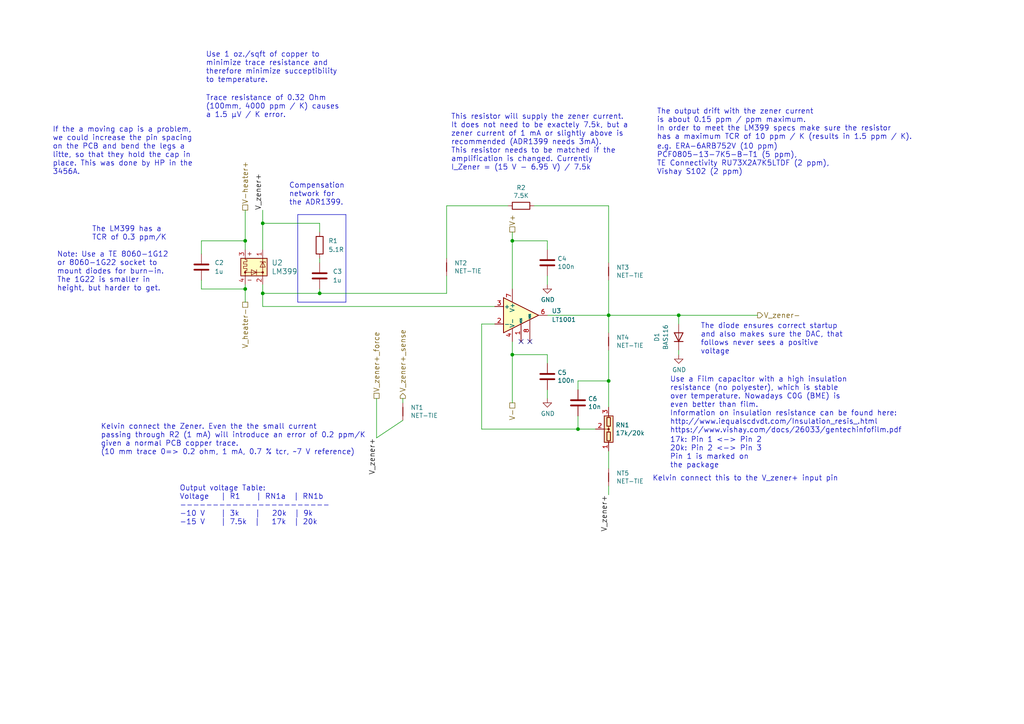
<source format=kicad_sch>
(kicad_sch (version 20230121) (generator eeschema)
  (paper "A4")
  (title_block (title "LM399 negative voltage reference") (date "2023-11-25") (rev "v3.4.1") (comment 1 "Copyright (©) 2022, Patrick Baus <patrick.baus@physik.tu-darmstadt.de>") (comment 2 "Licensed under CERN OHL v.1.2"))
  (lib_symbols
    (symbol "Amplifier_Operational:OP07" (pin_names (offset 0.127))
      (property "Reference" "U" (at 1.27 6.35 0))
      (property "Value" "OP07" (at 1.27 3.81 0))
      (symbol "OP07_0_1"
        (polyline (pts (xy -5.08 5.08) (xy 5.08 0) (xy -5.08 -5.08) (xy -5.08 5.08)) (stroke (width 0.254)) (fill (type background)))
      )
      (symbol "OP07_1_1"
        (pin input line (at 0 -7.62 90) (length 5.08) (name "VOS") (number "1"))
        (pin input line (at -7.62 -2.54 0) (length 2.54) (name "-") (number "2"))
        (pin input line (at -7.62 2.54 0) (length 2.54) (name "+") (number "3"))
        (pin power_in line (at -2.54 -7.62 90) (length 3.81) (name "V-") (number "4"))
        (pin no_connect line (at 0 2.54 270) (length 2.54) hide (name "NC") (number "5"))
        (pin output line (at 7.62 0 180) (length 2.54) (name "~") (number "6"))
        (pin power_in line (at -2.54 7.62 270) (length 3.81) (name "V+") (number "7"))
        (pin input line (at 2.54 -7.62 90) (length 6.35) (name "VOS") (number "8"))
      )
    )
    (symbol "Device:C" (pin_numbers hide) (pin_names (offset 0.254))
      (property "Reference" "C" (at 0.635 2.54 0))
      (property "Value" "C" (at 0.635 -2.54 0))
      (symbol "C_0_1"
        (polyline (pts (xy -2.032 -0.762) (xy 2.032 -0.762)) (stroke (width 0.508)))
        (polyline (pts (xy -2.032 0.762) (xy 2.032 0.762)) (stroke (width 0.508)))
      )
      (symbol "C_1_1"
        (pin passive line (at 0 3.81 270) (length 2.794) (name "~") (number "1"))
        (pin passive line (at 0 -3.81 90) (length 2.794) (name "~") (number "2"))
      )
    )
    (symbol "Device:D" (pin_numbers hide) (pin_names (offset 1.016) hide)
      (property "Reference" "D" (at 0 2.54 0))
      (property "Value" "D" (at 0 -2.54 0))
      (symbol "D_0_1"
        (polyline (pts (xy -1.27 1.27) (xy -1.27 -1.27)) (stroke (width 0.254)))
        (polyline (pts (xy 1.27 0) (xy -1.27 0)))
        (polyline (pts (xy 1.27 1.27) (xy 1.27 -1.27) (xy -1.27 0) (xy 1.27 1.27)) (stroke (width 0.254)))
      )
      (symbol "D_1_1"
        (pin passive line (at -3.81 0 0) (length 2.54) (name "K") (number "1"))
        (pin passive line (at 3.81 0 180) (length 2.54) (name "A") (number "2"))
      )
    )
    (symbol "Device:NetTie_2" (pin_numbers hide) (pin_names (offset 0) hide)
      (property "Reference" "NT" (at 0 1.27 0))
      (property "Value" "NetTie_2" (at 0 -1.27 0))
      (symbol "NetTie_2_0_1"
        (polyline (pts (xy -1.27 0) (xy 1.27 0)) (stroke (width 0.254)))
      )
      (symbol "NetTie_2_1_1"
        (pin passive line (at -2.54 0 0) (length 2.54) (name "1") (number "1"))
        (pin passive line (at 2.54 0 180) (length 2.54) (name "2") (number "2"))
      )
    )
    (symbol "Device:R" (pin_numbers hide) (pin_names (offset 0))
      (property "Reference" "R" (at 2.032 0 90))
      (property "Value" "R" (at 0 0 90))
      (symbol "R_0_1"
        (rectangle (start -1.016 -2.54) (end 1.016 2.54) (stroke (width 0.254)))
      )
      (symbol "R_1_1"
        (pin passive line (at 0 3.81 270) (length 1.27) (name "~") (number "1"))
        (pin passive line (at 0 -3.81 90) (length 1.27) (name "~") (number "2"))
      )
    )
    (symbol "Device:VoltageDivider" (pin_names (offset 0) hide)
      (property "Reference" "RN" (at -4.445 0 90))
      (property "Value" "VoltageDivider" (at -2.54 0 90))
      (symbol "VoltageDivider_0_1"
        (rectangle (start -1.27 -3.81) (end 1.27 3.81) (stroke (width 0.254)) (fill (type background)))
        (rectangle (start -0.508 -3.3782) (end 0.508 -0.8382) (stroke (width 0.254)))
        (rectangle (start -0.508 3.3782) (end 0.508 0.8382) (stroke (width 0.254)))
        (polyline (pts (xy 0 -5.08) (xy 0 -3.429)))
        (polyline (pts (xy 0 0.889) (xy 0 -0.889)))
        (polyline (pts (xy 0 5.08) (xy 0 3.3782)))
        (polyline (pts (xy 1.27 0) (xy 0 0)))
        (circle (center 0 0.0254) (radius 0.254) (fill (type outline)))
      )
      (symbol "VoltageDivider_1_1"
        (pin passive line (at 0 6.35 270) (length 2.54) (name "~") (number "1"))
        (pin passive line (at 3.81 0 180) (length 2.54) (name "~") (number "2"))
        (pin passive line (at 0 -6.35 90) (length 2.54) (name "~") (number "3"))
      )
    )
    (symbol "Reference_Voltage:LM399" (pin_names (offset 1.016) hide)
      (property "Reference" "U" (at 3.81 1.27 0))
      (property "Value" "LM399" (at 3.81 -1.27 0))
      (symbol "LM399_0_0"
        (text "+" (at -1.27 3.937 0) (effects (font (size 1.27 1.27))))
      )
      (symbol "LM399_0_1"
        (rectangle (start -3.81 2.54) (end 3.81 -2.54) (stroke (width 0.254)) (fill (type background)))
        (circle (center -2.54 -1.524) (radius 0.254) (fill (type outline)))
        (polyline (pts (xy -2.54 -2.54) (xy -2.54 -1.016) (xy -2.032 -1.016) (xy -2.032 -0.381) (xy -3.048 -0.381) (xy -3.048 0.254) (xy -2.032 0.254) (xy -2.032 0.889) (xy -3.048 0.889) (xy -3.048 1.524) (xy -2.032 1.524) (xy -2.032 2.159) (xy -2.54 2.159) (xy -2.54 2.54)))
        (circle (center 2.54 -1.524) (radius 0.254) (fill (type outline)))
      )
      (symbol "LM399_1_1"
        (polyline (pts (xy 2.54 -1.524) (xy -2.54 -1.524)))
        (polyline (pts (xy 2.54 2.54) (xy 2.54 -2.54)))
        (polyline (pts (xy 0.762 -0.762) (xy 0.762 -1.524) (xy 0.762 -2.286)))
        (polyline (pts (xy 1.778 1.524) (xy 3.302 1.524) (xy 3.302 1.27)))
        (polyline (pts (xy -0.762 -0.762) (xy -0.762 -2.286) (xy 0.762 -1.524) (xy -0.762 -0.762)))
        (polyline (pts (xy 1.778 0) (xy 3.302 0) (xy 2.54 1.524) (xy 1.778 0)))
        (text "-" (at -1.27 -3.683 0) (effects (font (size 1.27 1.27))))
        (pin passive line (at 2.54 5.08 270) (length 2.54) (name "~") (number "1"))
        (pin passive line (at 2.54 -5.08 90) (length 2.54) (name "~") (number "2"))
        (pin power_in line (at -2.54 5.08 270) (length 2.54) (name "~") (number "3"))
        (pin power_in line (at -2.54 -5.08 90) (length 2.54) (name "~") (number "4"))
      )
    )
    (symbol "power:GND" (power) (pin_names (offset 0))
      (property "Value" "GND" (at 0 -3.81 0))
      (symbol "GND_0_1"
        (polyline (pts (xy 0 0) (xy 0 -1.27) (xy 1.27 -1.27) (xy 0 -2.54) (xy -1.27 -1.27) (xy 0 -1.27)))
      )
      (symbol "GND_1_1"
        (pin power_in line (at 0 0 270) (length 0) hide (name "GND") (number "1"))
      )
    )
  )
  (junction (at 176.53 91.44))
  (junction (at 176.53 110.49))
  (junction (at 71.12 69.85))
  (junction (at 71.12 83.82))
  (junction (at 92.71 85.09))
  (junction (at 196.85 91.44))
  (junction (at 76.2 85.09))
  (junction (at 76.2 64.77))
  (junction (at 148.59 69.85))
  (junction (at 167.64 124.46))
  (junction (at 148.59 102.87))
  (no_connect (at 153.67 99.06))
  (no_connect (at 151.13 99.06))
  (wire (pts (xy 92.71 76.2) (xy 92.71 74.93)))
  (wire (pts (xy 158.75 80.01) (xy 158.75 82.55)))
  (wire (pts (xy 109.22 115.57) (xy 109.22 127)))
  (wire (pts (xy 176.53 91.44) (xy 176.53 96.52)))
  (wire (pts (xy 167.64 124.46) (xy 167.64 120.65)))
  (wire (pts (xy 158.75 91.44) (xy 176.53 91.44)))
  (wire (pts (xy 76.2 82.55) (xy 76.2 85.09)))
  (wire (pts (xy 76.2 85.09) (xy 76.2 88.9)))
  (wire (pts (xy 92.71 67.31) (xy 92.71 64.77)))
  (wire (pts (xy 139.7 93.98) (xy 143.51 93.98)))
  (wire (pts (xy 158.75 113.03) (xy 158.75 115.57)))
  (wire (pts (xy 176.53 81.28) (xy 176.53 91.44)))
  (wire (pts (xy 176.53 140.97) (xy 176.53 143.51)))
  (wire (pts (xy 116.84 116.84) (xy 116.84 115.57)))
  (wire (pts (xy 154.94 59.69) (xy 176.53 59.69)))
  (wire (pts (xy 92.71 85.09) (xy 76.2 85.09)))
  (wire (pts (xy 92.71 64.77) (xy 76.2 64.77)))
  (wire (pts (xy 148.59 69.85) (xy 158.75 69.85)))
  (wire (pts (xy 109.22 127) (xy 116.84 121.92)))
  (wire (pts (xy 129.54 85.09) (xy 92.71 85.09)))
  (wire (pts (xy 148.59 67.31) (xy 148.59 69.85)))
  (wire (pts (xy 58.42 69.85) (xy 71.12 69.85)))
  (wire (pts (xy 58.42 81.28) (xy 58.42 83.82)))
  (wire (pts (xy 148.59 102.87) (xy 148.59 116.84)))
  (wire (pts (xy 58.42 83.82) (xy 71.12 83.82)))
  (wire (pts (xy 167.64 124.46) (xy 172.72 124.46)))
  (wire (pts (xy 167.64 110.49) (xy 167.64 113.03)))
  (wire (pts (xy 129.54 59.69) (xy 129.54 74.93)))
  (wire (pts (xy 176.53 135.89) (xy 176.53 130.81)))
  (wire (pts (xy 76.2 88.9) (xy 143.51 88.9)))
  (wire (pts (xy 158.75 102.87) (xy 158.75 105.41)))
  (wire (pts (xy 76.2 64.77) (xy 76.2 72.39)))
  (wire (pts (xy 219.71 91.44) (xy 196.85 91.44)))
  (wire (pts (xy 129.54 80.01) (xy 129.54 85.09)))
  (wire (pts (xy 148.59 99.06) (xy 148.59 102.87)))
  (wire (pts (xy 196.85 102.87) (xy 196.85 101.6)))
  (wire (pts (xy 71.12 69.85) (xy 71.12 60.96)))
  (wire (pts (xy 176.53 110.49) (xy 176.53 118.11)))
  (wire (pts (xy 176.53 110.49) (xy 167.64 110.49)))
  (wire (pts (xy 148.59 69.85) (xy 148.59 83.82)))
  (wire (pts (xy 71.12 72.39) (xy 71.12 69.85)))
  (wire (pts (xy 176.53 101.6) (xy 176.53 110.49)))
  (polyline (pts (xy 86.36 62.23) (xy 100.33 62.23)))
  (wire (pts (xy 196.85 93.98) (xy 196.85 91.44)))
  (wire (pts (xy 58.42 73.66) (xy 58.42 69.85)))
  (polyline (pts (xy 86.36 87.63) (xy 86.36 62.23)))
  (wire (pts (xy 158.75 69.85) (xy 158.75 72.39)))
  (wire (pts (xy 158.75 102.87) (xy 148.59 102.87)))
  (wire (pts (xy 92.71 85.09) (xy 92.71 83.82)))
  (wire (pts (xy 129.54 59.69) (xy 147.32 59.69)))
  (wire (pts (xy 139.7 93.98) (xy 139.7 124.46)))
  (wire (pts (xy 196.85 91.44) (xy 176.53 91.44)))
  (wire (pts (xy 71.12 83.82) (xy 71.12 82.55)))
  (wire (pts (xy 139.7 124.46) (xy 167.64 124.46)))
  (polyline (pts (xy 100.33 62.23) (xy 100.33 87.63)))
  (wire (pts (xy 71.12 87.63) (xy 71.12 83.82)))
  (polyline (pts (xy 100.33 87.63) (xy 86.36 87.63)))
  (wire (pts (xy 76.2 60.96) (xy 76.2 64.77)))
  (wire (pts (xy 176.53 59.69) (xy 176.53 76.2)))
  (text "17k: Pin 1 <-> Pin 2\n20k: Pin 2 <-> Pin 3\nPin 1 is marked on\nthe package" (at 194.31 135.89 0) (effects (font (size 1.524 1.524)) (justify left bottom)))
  (text "e.g. ERA-6ARB752V (10 ppm)\nPCF0805-13-7K5-B-T1 (5 ppm),\nTE Connectivity RU73X2A7K5LTDF (2 ppm),\nVishay S102 (2 ppm)" (at 190.5 50.8 0) (effects (font (size 1.524 1.524)) (justify left bottom)))
  (text "Trace resistance of 0.32 Ohm\n(100mm, 4000 ppm / K) causes\na 1.5 µV / K error." (at 59.69 34.29 0) (effects (font (size 1.524 1.524)) (justify left bottom)))
  (text "Kelvin connect the Zener. Even the the small current\npassing through R2 (1 mA) will introduce an error of 0.2 ppm/K\ngiven a normal PCB copper trace.\n(10 mm trace 0=> 0.2 ohm, 1 mA, 0.7 % tcr, ~7 V reference)" (at 29.21 132.08 0) (effects (font (size 1.524 1.524)) (justify left bottom)))
  (text "Mount the LM399 a *little* off the board,\nto keep stress away.\nSource: http://www.eevblog.com/forum/\nmetrology/ultra-precision-reference-ltz1000/\nmsg404500/#msg404500" (at 300.99 57.15 0) (effects (font (size 1.524 1.524)) (justify left bottom)))
  (text "Kelvin connect this to the V_zener+ input pin" (at 189.23 139.7 0) (effects (font (size 1.524 1.524)) (justify left bottom)))
  (text "Note: Use a TE 8060-1G12\nor 8060-1G22 socket to\nmount diodes for burn-in.\nThe 1G22 is smaller in\nheight, but harder to get." (at 16.51 84.582 0) (effects (font (size 1.524 1.524)) (justify left bottom)))
  (text "This resistor will supply the zener current.\nIt does not need to be exactely 7.5k, but a\nzener current of 1 mA or slightly above is\nrecommended (ADR1399 needs 3mA).\nThis resistor needs to be matched if the\namplification is changed. Currently\nI_Zener = (15 V - 6.95 V) / 7.5k" (at 130.81 49.53 0) (effects (font (size 1.524 1.524)) (justify left bottom)))
  (text "The output drift with the zener current\nis about 0.15 ppm / ppm maximum.\nIn order to meet the LM399 specs make sure the resistor\nhas a maximum TCR of 10 ppm / K (results in 1.5 ppm / K)." (at 190.5 40.64 0) (effects (font (size 1.524 1.524)) (justify left bottom)))
  (text "Use 1 oz./sqft of copper to\nminimize trace resistance and\ntherefore minimize succeptibility\nto temperature." (at 59.69 24.13 0) (effects (font (size 1.524 1.524)) (justify left bottom)))
  (text "If the a moving cap is a problem,\nwe could increase the pin spacing\non the PCB and bend the legs a\nlitte, so that they hold the cap in\nplace. This was done by HP in the\n3456A." (at 15.24 50.8 0) (effects (font (size 1.524 1.524)) (justify left bottom)))
  (text "The LM399 has a\nTCR of 0.3 ppm/K" (at 26.67 69.85 0) (effects (font (size 1.524 1.524)) (justify left bottom)))
  (text "Compensation\nnetwork for\nthe ADR1399." (at 83.82 59.69 0) (effects (font (size 1.524 1.524)) (justify left bottom)))
  (text "Use a Film capacitor with a high insulation\nresistance (no polyester), which is stable\nover temperature. Nowadays C0G (BME) is\neven better than film.\nInformation on insulation resistance can be found here:\nhttp://www.iequalscdvdt.com/Insulation_resis_.html\nhttps://www.vishay.com/docs/26033/gentechinfofilm.pdf" (at 194.31 125.73 0) (effects (font (size 1.524 1.524)) (justify left bottom)))
  (text "The diode ensures correct startup\nand also makes sure the DAC, that\nfollows never sees a positive\nvoltage" (at 203.2 102.87 0) (effects (font (size 1.524 1.524)) (justify left bottom)))
  (text "Output voltage Table:\nVoltage   | R1    | RN1a  | RN1b\n-----------------------\n-10 V    | 3k    |   20k  | 9k\n-15 V    | 7.5k  |   17k  | 20k" (at 52.07 152.4 0) (effects (font (size 1.524 1.524)) (justify left bottom)))
  (label "V_zener+" (at 76.2 60.96 90) (effects (font (size 1.524 1.524))))
  (label "V_zener+" (at 109.22 127 270) (effects (font (size 1.524 1.524))))
  (label "V_zener+" (at 176.53 143.51 270) (effects (font (size 1.524 1.524))))
  (hierarchical_label "V_zener+_sense" (shape output) (at 116.84 115.57 90) (effects (font (size 1.524 1.524))))
  (hierarchical_label "V+" (shape passive) (at 148.59 67.31 90) (effects (font (size 1.524 1.524))))
  (hierarchical_label "V_zener+_force" (shape passive) (at 109.22 115.57 90) (effects (font (size 1.524 1.524))))
  (hierarchical_label "V_zener-" (shape output) (at 219.71 91.44 0) (effects (font (size 1.524 1.524))))
  (hierarchical_label "V_heater-" (shape passive) (at 71.12 87.63 270) (effects (font (size 1.524 1.524))))
  (hierarchical_label "V-heater+" (shape passive) (at 71.12 60.96 90) (effects (font (size 1.524 1.524))))
  (hierarchical_label "V-" (shape passive) (at 148.59 116.84 270) (effects (font (size 1.524 1.524))))
  (symbol (lib_id "Reference_Voltage:LM399") (at 73.66 77.47 0) (unit 1)
    (property "Reference" "U2" (at 78.74 76.2 0) (effects (font (size 1.524 1.524)) (justify left)))
    (property "Value" "LM399" (at 78.74 78.74 0) (effects (font (size 1.524 1.524)) (justify left)))
    (property "Footprint" "Package_TO_SOT_THT:Analog_TO-46-4_ThermalShield" (effects hide))
    (property "Datasheet" "https://www.analog.com/media/en/technical-documentation/data-sheets/199399fc.pdf" (effects hide))
    (property "MFN" "Analog Devices" (effects hide))
    (property "PN" "LM399AH#PBF" (effects hide))
    (property "Note" "Use a TE 8060-1G12 or TE 8060-G22 socket to mount diodes for burn-in" (effects hide))
    (property "Config" "-PCBA" (effects hide))
    (property "variant" "default" (effects hide))
    (property "Temperature" "Tstorage = -65 °C to 150 °C" (effects hide))
    (property "RoHS" "Yes" (effects hide))
  )
  (symbol (lib_id "Device:R") (at 151.13 59.69 270) (unit 1)
    (property "Reference" "R2" (at 151.13 54.4322 90))
    (property "Value" "7.5K" (at 151.13 56.7436 90))
    (property "Footprint" "Resistor_SMD:R_0805_2012Metric" (effects hide))
    (property "MFN" "Panasonic" (effects hide))
    (property "PN" "ERA-6ARB752V" (effects hide))
    (property "Alternative" "Welwyn PCF0805-13-7K5-B-T1" (effects hide))
    (property "RoHS" "By exemption" (effects hide))
    (property "Temperature" "Tstorage = -55 °C to 155 °C" (effects hide))
  )
  (symbol (lib_id "Device:C") (at 167.64 116.84 0) (unit 1)
    (property "Reference" "C6" (at 170.561 115.6716 0) (effects (justify left)))
    (property "Value" "10n" (at 170.561 117.983 0) (effects (justify left)))
    (property "Footprint" "Capacitor_SMD:C_0603_1608Metric" (effects hide))
    (property "MFN" "TDK" (effects hide))
    (property "PN" "CGA3E2C0G1H103J080AE" (effects hide))
    (property "RoHS" "Yes" (effects hide))
    (property "Temperature" "Tstorage = –55 °C to 125 °C" (effects hide))
  )
  (symbol (lib_id "Device:C") (at 158.75 76.2 0) (unit 1)
    (property "Reference" "C4" (at 161.671 75.0316 0) (effects (justify left)))
    (property "Value" "100n" (at 161.671 77.343 0) (effects (justify left)))
    (property "Footprint" "Capacitor_SMD:C_0603_1608Metric" (effects hide))
    (property "MFN" "Kemet" (effects hide))
    (property "PN" "C0603C104K5RACAUTO" (effects hide))
    (property "RoHS" "Yes" (effects hide))
    (property "Temperature" "Tstorage = –55 °C to 125 °C" (effects hide))
  )
  (symbol (lib_id "power:GND") (at 158.75 82.55 0) (unit 1)
    (property "Reference" "#PWR04" (effects hide))
    (property "Value" "GND" (at 158.877 86.9442 0))
  )
  (symbol (lib_id "power:GND") (at 158.75 115.57 0) (unit 1)
    (property "Reference" "#PWR05" (effects hide))
    (property "Value" "GND" (at 158.877 119.9642 0))
  )
  (symbol (lib_id "Device:C") (at 158.75 109.22 0) (unit 1)
    (property "Reference" "C5" (at 161.671 108.0516 0) (effects (justify left)))
    (property "Value" "100n" (at 161.671 110.363 0) (effects (justify left)))
    (property "Footprint" "Capacitor_SMD:C_0603_1608Metric" (effects hide))
    (property "MFN" "Kemet" (effects hide))
    (property "PN" "C0603C104K5RACAUTO" (effects hide))
    (property "RoHS" "Yes" (effects hide))
    (property "Temperature" "Tstorage = –55 °C to 125 °C" (effects hide))
  )
  (symbol (lib_id "Device:NetTie_2") (at 116.84 119.38 270) (unit 1) (in_bom no)
    (property "Reference" "NT1" (at 119.0752 118.2116 90) (effects (justify left)))
    (property "Value" "NET-TIE" (at 119.0752 120.523 90) (effects (justify left)))
    (property "Footprint" "Custom_footprints:NET-TIE-0.15mm" (effects hide))
  )
  (symbol (lib_id "Device:NetTie_2") (at 176.53 138.43 270) (unit 1) (in_bom no)
    (property "Reference" "NT5" (at 178.7652 137.2616 90) (effects (justify left)))
    (property "Value" "NET-TIE" (at 178.7652 139.573 90) (effects (justify left)))
    (property "Footprint" "Custom_footprints:NET-TIE-0.25mm" (effects hide))
  )
  (symbol (lib_id "Device:NetTie_2") (at 129.54 77.47 270) (unit 1) (in_bom no)
    (property "Reference" "NT2" (at 131.7752 76.3016 90) (effects (justify left)))
    (property "Value" "NET-TIE" (at 131.7752 78.613 90) (effects (justify left)))
    (property "Footprint" "Custom_footprints:NET-TIE-0.25mm" (effects hide))
  )
  (symbol (lib_id "Device:VoltageDivider") (at 176.53 124.46 180) (unit 1)
    (property "Reference" "RN1" (at 178.5366 123.2916 0) (effects (justify right)))
    (property "Value" "17k/20k" (at 178.5366 125.603 0) (effects (justify right)))
    (property "Footprint" "Custom_footprints:Vishay_300144" (effects hide))
    (property "MFN" "Vishay" (effects hide))
    (property "PN" "Y1691V0689BB9L" (effects hide))
    (property "Note" "Vishay 300144Z, 0.1% abs. tol. 0.1% ratio tol." (effects hide))
    (property "Config" "-PCBA" (effects hide))
    (property "variant" "default" (effects hide))
    (property "RoHS" "Yes" (effects hide))
    (property "Temperature" "Tstorage = -55 °C to 125 °C" (effects hide))
  )
  (symbol (lib_id "Amplifier_Operational:OP07") (at 151.13 91.44 0) (unit 1)
    (property "Reference" "U3" (at 160.02 90.17 0) (effects (justify left)))
    (property "Value" "LT1001" (at 160.02 92.71 0) (effects (justify left)))
    (property "Footprint" "Package_SO:SOIC-8_3.9x4.9mm_P1.27mm" (effects hide))
    (property "Datasheet" "https://www.analog.com/media/en/technical-documentation/data-sheets/OP07.pdf" (effects hide))
    (property "MFN" "Analog Devices" (effects hide))
    (property "PN" "LT1001CS8#TRPBF" (effects hide))
    (property "Alternative" "TI OPA277U" (effects hide))
    (property "RoHS" "Yes" (effects hide))
    (property "Temperature" "Tstorage = -65 °C to 150 °C" (effects hide))
  )
  (symbol (lib_id "Device:NetTie_2") (at 176.53 78.74 270) (unit 1) (in_bom no)
    (property "Reference" "NT3" (at 178.7652 77.5716 90) (effects (justify left)))
    (property "Value" "NET-TIE" (at 178.7652 79.883 90) (effects (justify left)))
    (property "Footprint" "Custom_footprints:NET-TIE-0.25mm" (effects hide))
  )
  (symbol (lib_id "Device:NetTie_2") (at 176.53 99.06 270) (unit 1) (in_bom no)
    (property "Reference" "NT4" (at 178.7652 97.8916 90) (effects (justify left)))
    (property "Value" "NET-TIE" (at 178.7652 100.203 90) (effects (justify left)))
    (property "Footprint" "Custom_footprints:NET-TIE-0.25mm" (effects hide))
  )
  (symbol (lib_id "Device:D") (at 196.85 97.79 90) (unit 1)
    (property "Reference" "D1" (at 190.5 97.79 0))
    (property "Value" "BAS116" (at 193.04 97.79 0))
    (property "Footprint" "Diode_SMD:D_SOD-123" (effects hide))
    (property "MFN" "Nexperia" (effects hide))
    (property "Note" "Use a plastic package to eliminate light sensitivity" (effects hide))
    (property "PN" "BAS116GWJ" (effects hide))
    (property "Sim.Device" "D" (effects hide))
    (property "Sim.Pins" "1=K 2=A" (effects hide))
    (property "RoHS" "Yes" (effects hide))
    (property "Temperature" "Tstorage = -65 °C to 150 °C" (effects hide))
  )
  (symbol (lib_id "Device:C") (at 92.71 80.01 0) (unit 1)
    (property "Reference" "C3" (at 96.52 78.74 0) (effects (justify left)))
    (property "Value" "1u" (at 96.52 81.28 0) (effects (justify left)))
    (property "Footprint" "Capacitor_SMD:C_0603_1608Metric" (effects hide))
    (property "MFN" "TDK" (effects hide))
    (property "PN" "CGA3E1X7R1V105K080AE" (effects hide))
    (property "Temperature" "Tstorage = –55 °C to 125 °C" (effects hide))
    (property "RoHS" "Yes" (effects hide))
  )
  (symbol (lib_id "Device:R") (at 92.71 71.12 0) (unit 1)
    (property "Reference" "R1" (at 95.25 69.85 0) (effects (justify left)))
    (property "Value" "5.1R" (at 95.25 72.39 0) (effects (justify left)))
    (property "Footprint" "Resistor_SMD:R_0603_1608Metric" (effects hide))
    (property "MFN" "Yageo" (effects hide))
    (property "PN" "RT0603FRE075R1L" (effects hide))
    (property "RoHS" "By exemption" (effects hide))
    (property "Temperature" "Tstorage = -55 °C to 155 °C" (effects hide))
  )
  (symbol (lib_id "Device:C") (at 58.42 77.47 0) (unit 1)
    (property "Reference" "C2" (at 62.23 76.2 0) (effects (justify left)))
    (property "Value" "1u" (at 62.23 78.74 0) (effects (justify left)))
    (property "Footprint" "Capacitor_SMD:C_0603_1608Metric" (effects hide))
    (property "MFN" "TDK" (effects hide))
    (property "PN" "CGA3E1X7R1V105K080AE" (effects hide))
    (property "RoHS" "Yes" (effects hide))
    (property "Temperature" "Tstorage = –55 °C to 125 °C" (effects hide))
  )
  (symbol (lib_id "power:GND") (at 196.85 102.87 0) (unit 1)
    (property "Reference" "#PWR06" (effects hide))
    (property "Value" "GND" (at 196.977 107.2642 0))
  )
)
</source>
